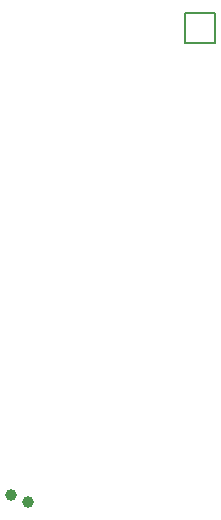
<source format=gbr>
%TF.GenerationSoftware,KiCad,Pcbnew,(6.0.8)*%
%TF.CreationDate,2022-12-27T02:43:28+02:00*%
%TF.ProjectId,lazy_ferris-rounded_final,6c617a79-5f66-4657-9272-69732d726f75,v1.0.0*%
%TF.SameCoordinates,Original*%
%TF.FileFunction,Legend,Bot*%
%TF.FilePolarity,Positive*%
%FSLAX46Y46*%
G04 Gerber Fmt 4.6, Leading zero omitted, Abs format (unit mm)*
G04 Created by KiCad (PCBNEW (6.0.8)) date 2022-12-27 02:43:28*
%MOMM*%
%LPD*%
G01*
G04 APERTURE LIST*
%ADD10C,0.150000*%
%ADD11C,1.000000*%
G04 APERTURE END LIST*
D10*
%TO.C,MCU1*%
X116600000Y34240000D02*
X119140000Y34240000D01*
X119140000Y31700000D02*
X119140000Y34240000D01*
X116600000Y34240000D02*
X116600000Y31700000D01*
X116600000Y31700000D02*
X119140000Y31700000D01*
%TD*%
D11*
%TO.C,*%
X103264805Y-7127840D03*
X101878985Y-6553814D03*
%TD*%
M02*

</source>
